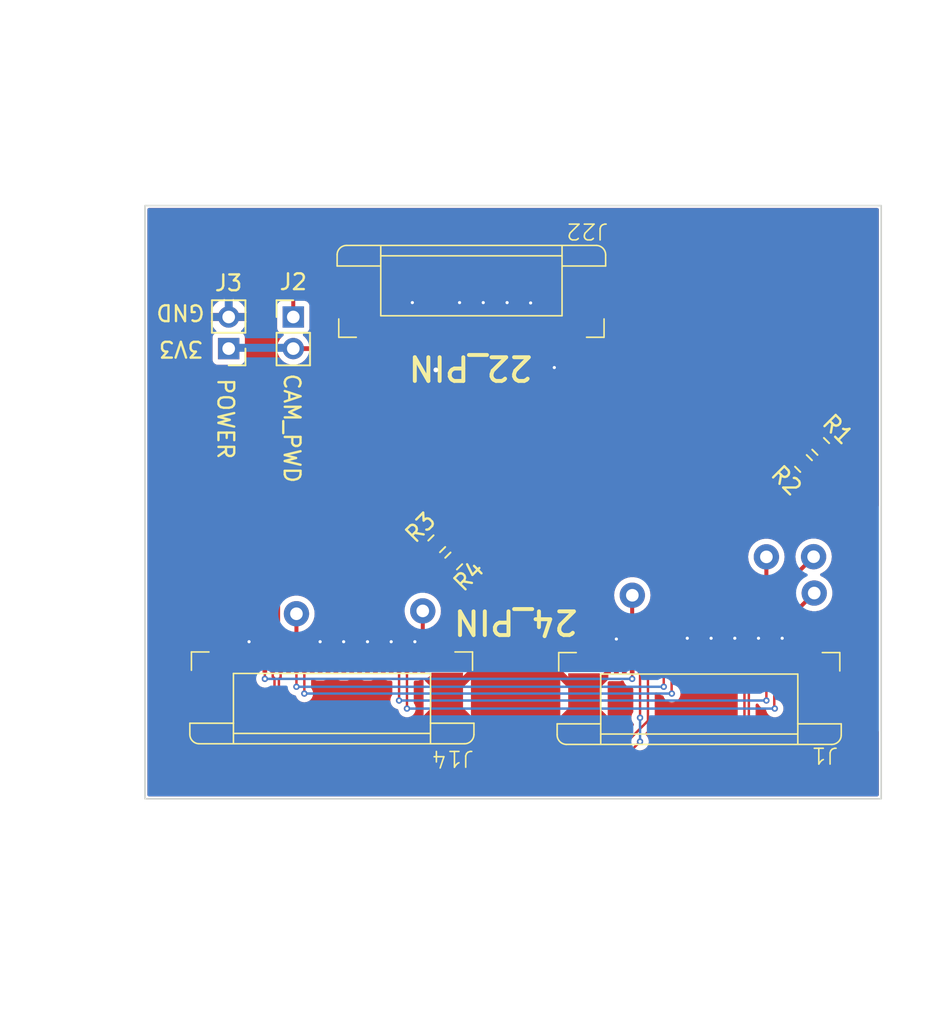
<source format=kicad_pcb>
(kicad_pcb (version 20240108) (generator "pcbnew") (generator_version "8.0")
  (layers (0 "F.Cu" jumper) (31 "B.Cu" signal) (34 "B.Paste" user) (35 "F.Paste" user) (36 "B.SilkS" user "B.Silkscreen") (37 "F.SilkS" user "F.Silkscreen") (38 "B.Mask" user) (39 "F.Mask" user) (44 "Edge.Cuts" user))
  (net 0 "")
  (net 1 "DVDD1V2")
  (net 2 "AVDD2V8_DVP")
  (net 3 "/MIPI_MCLK1")
  (net 4 "/CSI0_CLK_N")
  (net 5 "/CAMERAF_RST_L")
  (net 6 "VCC1V8_DVP")
  (net 7 "/CAM_I2C_SCL")
  (net 8 "/CSI0_D0_N")
  (net 9 "/CSI0_CLK_P")
  (net 10 "/CSI0_D0_P")
  (net 11 "/CIF_8BIT_VSYNC")
  (net 12 "AF_2V8")
  (net 13 "/CSI0_D1_P")
  (net 14 "/CSI0_D1_N")
  (net 16 "/CAM_I2C_SDA")
  (net 18 "/MIPI_CSI_RX_CLK0P")
  (net 19 "/MIPI_MCLK0")
  (net 20 "/MIPI_CSI_RX_CLK0N")
  (net 23 "/CSI1_D1_P")
  (net 24 "/CSI1_D1_N")
  (net 25 "/CSI1_D0_P")
  (net 26 "/CSI1_D0_N")
  (net 27 "/GPIO4_B5_d_1V8")
  (net 28 "+3V3")
  (net 29 "/CAM_PWDN_1")
  (net 31 "/MIPI_CSI_RX_CLK1N")
  (net 32 "/MIPI_CSI_RX_CLK1P")
  (net 33 "GND")
  (footprint "Resistor_SMD:R_0603_1608Metric" (layer "F.Cu") (at 164.9653 96.421251 -135)
    (property "Reference" "R3" (at 0 1.46 45) (layer "F.SilkS"))
    (property "Value" "DNP")
    (fp_line (start -0.237258 0.5225) (end 0.237258 0.5225) (stroke (width 0.12)) (layer "F.SilkS"))
    (fp_line (start -0.237258 -0.5225) (end 0.237258 -0.5225) (stroke (width 0.12)) (layer "F.SilkS"))
    (pad "1" smd roundrect (at -0.825 0 225) (size 0.8 0.95) (layers "F.Cu" "F.Paste" "F.Mask") (net 9 "/CSI0_CLK_P"))
    (pad "2" smd roundrect (at 0.825 0 225) (size 0.8 0.95) (layers "F.Cu" "F.Paste" "F.Mask") (net 18 "/MIPI_CSI_RX_CLK0P"))
  )
  (footprint "Footprint Library:Test_Point" (layer "F.Cu") (at 164.08 100.67 180)
    (property "Reference" "TP5" (hide yes))
    (property "Value" "DNP")
    (pad "1" thru_hole circle (at 0 0 180) (size 1.6 1.6) (drill 0.8) (layers "*.Cu" "*.Mask") (net 19 "/MIPI_MCLK0"))
  )
  (footprint "Footprint Library:FFC SOCKET DR_DWN 0.5MM -22P" (layer "F.Cu") (at 167.16 82.6675 180)
    (property "Reference" "J22" (at -7.34 6.0175 180) (layer "F.SilkS") (effects (font (thickness 0.1))))
    (property "Value" "FFC SOCKET DR_UP 0.5MM -22P")
    (fp_line (start 8.502795 3.825) (end 8.502795 4.543919) (stroke (width 0.1)) (layer "F.SilkS"))
    (fp_line (start 8.4 -0.685) (end 8.4 0.475) (stroke (width 0.1)) (layer "F.SilkS"))
    (fp_line (start 8.4 -0.685) (end 7.29 -0.685) (stroke (width 0.1)) (layer "F.SilkS"))
    (fp_line (start 5.752795 3.825) (end 8.502795 3.825) (stroke (width 0.1)) (layer "F.SilkS"))
    (fp_line (start 5.74 4.47) (end -5.74 4.47) (stroke (width 0.1)) (layer "F.SilkS"))
    (fp_line (start 5.74 3.805) (end 5.74 5.095) (stroke (width 0.1)) (layer "F.SilkS"))
    (fp_line (start 5.74 0.675) (end 5.74 3.805) (stroke (width 0.1)) (layer "F.SilkS"))
    (fp_line (start -5.74 3.825) (end -5.74 5.115) (stroke (width 0.1)) (layer "F.SilkS"))
    (fp_line (start -5.74 3.825) (end -5.74 0.675) (stroke (width 0.1)) (layer "F.SilkS"))
    (fp_line (start -5.74 0.675) (end 5.74 0.675) (stroke (width 0.1)) (layer "F.SilkS"))
    (fp_line (start -5.8 3.825) (end -5.74 3.825) (stroke (width 0.1)) (layer "F.SilkS"))
    (fp_line (start -7.93 5.125) (end 7.89 5.125) (stroke (width 0.1)) (layer "F.SilkS"))
    (fp_line (start -8.4 -0.685) (end -7.29 -0.685) (stroke (width 0.1)) (layer "F.SilkS"))
    (fp_line (start -8.4 -0.685) (end -8.4 0.475) (stroke (width 0.1)) (layer "F.SilkS"))
    (fp_line (start -8.5 4.512205) (end -8.5 3.825) (stroke (width 0.1)) (layer "F.SilkS"))
    (fp_line (start -8.5 3.825) (end -5.8 3.825) (stroke (width 0.1)) (layer "F.SilkS"))
    (fp_arc (start 8.502795 4.543919) (mid 8.317012 4.961656) (end 7.89 5.125) (stroke (width 0.1)) (layer "F.SilkS"))
    (fp_arc (start -7.918919 5.125) (mid -8.336649 4.93921) (end -8.5 4.512205) (stroke (width 0.1)) (layer "F.SilkS"))
    (pad "1" smd rect (at -5.25 0 270) (size 1.25 0.3) (layers "F.Cu" "F.Paste" "F.Mask") (net 33 "GND"))
    (pad "2" smd rect (at -4.75 0 270) (size 1.25 0.3) (layers "F.Cu" "F.Paste" "F.Mask") (net 8 "/CSI0_D0_N"))
    (pad "3" smd rect (at -4.25 0 270) (size 1.25 0.3) (layers "F.Cu" "F.Paste" "F.Mask") (net 10 "/CSI0_D0_P"))
    (pad "4" smd rect (at -3.75 0 270) (size 1.25 0.3) (layers "F.Cu" "F.Paste" "F.Mask") (net 33 "GND"))
    (pad "5" smd rect (at -3.25 0 270) (size 1.25 0.3) (layers "F.Cu" "F.Paste" "F.Mask") (net 14 "/CSI0_D1_N"))
    (pad "6" smd rect (at -2.75 0 270) (size 1.25 0.3) (layers "F.Cu" "F.Paste" "F.Mask") (net 13 "/CSI0_D1_P"))
    (pad "7" smd rect (at -2.25 0 270) (size 1.25 0.3) (layers "F.Cu" "F.Paste" "F.Mask") (net 33 "GND"))
    (pad "8" smd rect (at -1.75 0 270) (size 1.25 0.3) (layers "F.Cu" "F.Paste" "F.Mask") (net 4 "/CSI0_CLK_N"))
    (pad "9" smd rect (at -1.25 0 270) (size 1.25 0.3) (layers "F.Cu" "F.Paste" "F.Mask") (net 9 "/CSI0_CLK_P"))
    (pad "10" smd rect (at -0.75 0 270) (size 1.25 0.3) (layers "F.Cu" "F.Paste" "F.Mask") (net 33 "GND"))
    (pad "11" smd rect (at -0.25 0 270) (size 1.25 0.3) (layers "F.Cu" "F.Paste" "F.Mask") (net 26 "/CSI1_D0_N"))
    (pad "12" smd rect (at 0.25 0 270) (size 1.25 0.3) (layers "F.Cu" "F.Paste" "F.Mask") (net 25 "/CSI1_D0_P"))
    (pad "13" smd rect (at 0.75 0 270) (size 1.25 0.3) (layers "F.Cu" "F.Paste" "F.Mask") (net 33 "GND"))
    (pad "14" smd rect (at 1.25 0 270) (size 1.25 0.3) (layers "F.Cu" "F.Paste" "F.Mask") (net 24 "/CSI1_D1_N"))
    (pad "15" smd rect (at 1.75 0 270) (size 1.25 0.3) (layers "F.Cu" "F.Paste" "F.Mask") (net 23 "/CSI1_D1_P"))
    (pad "16" smd rect (at 2.25 0 270) (size 1.25 0.3) (layers "F.Cu" "F.Paste" "F.Mask") (net 33 "GND"))
    (pad "17" smd rect (at 2.75 0 270) (size 1.25 0.3) (layers "F.Cu" "F.Paste" "F.Mask") (net 29 "/CAM_PWDN_1"))
    (pad "18" smd rect (at 3.25 0 270) (size 1.25 0.3) (layers "F.Cu" "F.Paste" "F.Mask"))
    (pad "19" smd rect (at 3.75 0 270) (size 1.25 0.3) (layers "F.Cu" "F.Paste" "F.Mask") (net 33 "GND"))
    (pad "20" smd rect (at 4.25 0 270) (size 1.25 0.3) (layers "F.Cu" "F.Paste" "F.Mask") (net 7 "/CAM_I2C_SCL"))
    (pad "21" smd rect (at 4.75 0 270) (size 1.25 0.3) (layers "F.Cu" "F.Paste" "F.Mask") (net 16 "/CAM_I2C_SDA"))
    (pad "22" smd rect (at 5.25 0 270) (size 1.25 0.3) (layers "F.Cu" "F.Paste" "F.Mask") (net 28 "+3V3"))
    (pad "23" smd rect (at -6.8 2.2 270) (size 3.15 2) (layers "F.Cu" "F.Paste" "F.Mask") (net 33 "GND"))
    (pad "24" smd rect (at 6.8 2.2 270) (size 3.15 2) (layers "F.Cu" "F.Paste" "F.Mask") (net 33 "GND"))
  )
  (footprint "Footprint Library:Test_Point" (layer "F.Cu") (at 188.83 97.24 180)
    (property "Reference" "TP4" (hide yes))
    (property "Value" "DNP")
    (pad "1" thru_hole circle (at 0 0 180) (size 1.6 1.6) (drill 0.8) (layers "*.Cu" "*.Mask") (net 6 "VCC1V8_DVP"))
  )
  (footprint "Footprint Library:Test_Point" (layer "F.Cu") (at 185.84 97.25 180)
    (property "Reference" "TP3" (hide yes))
    (property "Value" "DNP")
    (pad "1" thru_hole circle (at 0 0 180) (size 1.6 1.6) (drill 0.8) (layers "*.Cu" "*.Mask") (net 1 "DVDD1V2"))
  )
  (footprint "Footprint Library:Test_Point" (layer "F.Cu") (at 156.08 100.85 180)
    (property "Reference" "TP2" (hide yes))
    (property "Value" "DNP")
    (pad "1" thru_hole circle (at 0 0 180) (size 1.6 1.6) (drill 0.8) (layers "*.Cu" "*.Mask") (net 2 "AVDD2V8_DVP"))
  )
  (footprint "Footprint Library:FFC SOCKET DRDWN 0.5MM-24P" (layer "F.Cu") (at 181.59 103.3675)
    (property "Reference" "J1" (at 7.95 6.4525 180) (layer "F.SilkS") (effects (font (thickness 0.1))))
    (property "Value" "FFC SOCKET DR/DWN 0.5MM-24P")
    (fp_line (start -9 4.45) (end -6.3 4.45) (stroke (width 0.1)) (layer "F.SilkS"))
    (fp_line (start -9 5.137205) (end -9 4.45) (stroke (width 0.1)) (layer "F.SilkS"))
    (fp_line (start -8.9 -0.06) (end -8.9 1.1) (stroke (width 0.1)) (layer "F.SilkS"))
    (fp_line (start -8.9 -0.06) (end -7.79 -0.06) (stroke (width 0.1)) (layer "F.SilkS"))
    (fp_line (start -8.43 5.75) (end 8.39 5.75) (stroke (width 0.1)) (layer "F.SilkS"))
    (fp_line (start -6.3 4.45) (end -6.24 4.45) (stroke (width 0.1)) (layer "F.SilkS"))
    (fp_line (start -6.24 1.3) (end 6.24 1.3) (stroke (width 0.1)) (layer "F.SilkS"))
    (fp_line (start -6.24 4.45) (end -6.24 1.3) (stroke (width 0.1)) (layer "F.SilkS"))
    (fp_line (start -6.24 4.45) (end -6.24 5.74) (stroke (width 0.1)) (layer "F.SilkS"))
    (fp_line (start 6.23 5.095) (end -6.24 5.095) (stroke (width 0.1)) (layer "F.SilkS"))
    (fp_line (start 6.24 1.3) (end 6.24 4.43) (stroke (width 0.1)) (layer "F.SilkS"))
    (fp_line (start 6.24 4.43) (end 6.24 5.72) (stroke (width 0.1)) (layer "F.SilkS"))
    (fp_line (start 6.24 4.45) (end 8.99 4.45) (stroke (width 0.1)) (layer "F.SilkS"))
    (fp_line (start 8.9 -0.06) (end 7.79 -0.06) (stroke (width 0.1)) (layer "F.SilkS"))
    (fp_line (start 8.9 -0.06) (end 8.9 1.1) (stroke (width 0.1)) (layer "F.SilkS"))
    (fp_line (start 8.99 4.45) (end 8.99 5.168919) (stroke (width 0.1)) (layer "F.SilkS"))
    (fp_arc (start -8.418919 5.75) (mid -8.836649 5.56421) (end -9 5.137205) (stroke (width 0.1)) (layer "F.SilkS"))
    (fp_arc (start 8.99 5.168919) (mid 8.80422 5.58666) (end 8.377205 5.75) (stroke (width 0.1)) (layer "F.SilkS"))
    (pad "1" smd rect (at -5.75 0.625 90) (size 1.25 0.3) (layers "F.Cu" "F.Paste" "F.Mask") (net 33 "GND"))
    (pad "2" smd rect (at -5.25 0.625 90) (size 1.25 0.3) (layers "F.Cu" "F.Paste" "F.Mask") (net 33 "GND"))
    (pad "3" smd rect (at -4.75 0.625 90) (size 1.25 0.3) (layers "F.Cu" "F.Paste" "F.Mask"))
    (pad "4" smd rect (at -4.25 0.625 90) (size 1.25 0.3) (layers "F.Cu" "F.Paste" "F.Mask") (net 12 "AF_2V8"))
    (pad "5" smd rect (at -3.75 0.625 90) (size 1.25 0.3) (layers "F.Cu" "F.Paste" "F.Mask") (net 16 "/CAM_I2C_SDA"))
    (pad "6" smd rect (at -3.25 0.625 90) (size 1.25 0.3) (layers "F.Cu" "F.Paste" "F.Mask") (net 7 "/CAM_I2C_SCL"))
    (pad "7" smd rect (at -2.75 0.625 90) (size 1.25 0.3) (layers "F.Cu" "F.Paste" "F.Mask"))
    (pad "8" smd rect (at -2.25 0.625 90) (size 1.25 0.3) (layers "F.Cu" "F.Paste" "F.Mask") (net 2 "AVDD2V8_DVP"))
    (pad "9" smd rect (at -1.75 0.625 90) (size 1.25 0.3) (layers "F.Cu" "F.Paste" "F.Mask") (net 5 "/CAMERAF_RST_L"))
    (pad "10" smd rect (at -1.25 0.625 90) (size 1.25 0.3) (layers "F.Cu" "F.Paste" "F.Mask") (net 11 "/CIF_8BIT_VSYNC"))
    (pad "11" smd rect (at -0.75 0.625 90) (size 1.25 0.3) (layers "F.Cu" "F.Paste" "F.Mask") (net 33 "GND"))
    (pad "12" smd rect (at -0.25 0.625 90) (size 1.25 0.3) (layers "F.Cu" "F.Paste" "F.Mask") (net 13 "/CSI0_D1_P"))
    (pad "13" smd rect (at 0.25 0.625 90) (size 1.25 0.3) (layers "F.Cu" "F.Paste" "F.Mask") (net 14 "/CSI0_D1_N"))
    (pad "14" smd rect (at 0.75 0.625 90) (size 1.25 0.3) (layers "F.Cu" "F.Paste" "F.Mask") (net 33 "GND"))
    (pad "15" smd rect (at 1.25 0.625 90) (size 1.25 0.3) (layers "F.Cu" "F.Paste" "F.Mask") (net 10 "/CSI0_D0_P"))
    (pad "16" smd rect (at 1.75 0.625 90) (size 1.25 0.3) (layers "F.Cu" "F.Paste" "F.Mask") (net 8 "/CSI0_D0_N"))
    (pad "17" smd rect (at 2.25 0.625 90) (size 1.25 0.3) (layers "F.Cu" "F.Paste" "F.Mask") (net 33 "GND"))
    (pad "18" smd rect (at 2.75 0.625 90) (size 1.25 0.3) (layers "F.Cu" "F.Paste" "F.Mask") (net 32 "/MIPI_CSI_RX_CLK1P"))
    (pad "19" smd rect (at 3.25 0.625 90) (size 1.25 0.3) (layers "F.Cu" "F.Paste" "F.Mask") (net 31 "/MIPI_CSI_RX_CLK1N"))
    (pad "20" smd rect (at 3.75 0.625 90) (size 1.25 0.3) (layers "F.Cu" "F.Paste" "F.Mask") (net 33 "GND"))
    (pad "21" smd rect (at 4.25 0.625 90) (size 1.25 0.3) (layers "F.Cu" "F.Paste" "F.Mask") (net 1 "DVDD1V2"))
    (pad "22" smd rect (at 4.75 0.625 90) (size 1.25 0.3) (layers "F.Cu" "F.Paste" "F.Mask") (net 6 "VCC1V8_DVP"))
    (pad "23" smd rect (at 5.25 0.625 90) (size 1.25 0.3) (layers "F.Cu" "F.Paste" "F.Mask") (net 33 "GND"))
    (pad "24" smd rect (at 5.75 0.625 90) (size 1.25 0.3) (layers "F.Cu" "F.Paste" "F.Mask") (net 3 "/MIPI_MCLK1"))
    (pad "25" smd rect (at -7.3 2.825 90) (size 3.15 2) (layers "F.Cu" "F.Paste" "F.Mask") (net 33 "GND"))
    (pad "26" smd rect (at 7.3 2.825 90) (size 3.15 2) (layers "F.Cu" "F.Paste" "F.Mask") (net 33 "GND"))
  )
  (footprint "Resistor_SMD:R_0603_1608Metric" (layer "F.Cu") (at 188.19 91.34 -45)
    (property "Reference" "R2" (at 0 1.530301 135) (layer "F.SilkS"))
    (property "Value" "0R")
    (fp_line (start -0.237258 0.5225) (end 0.237258 0.5225) (stroke (width 0.12)) (layer "F.SilkS"))
    (fp_line (start -0.237258 -0.5225) (end 0.237258 -0.5225) (stroke (width 0.12)) (layer "F.SilkS"))
    (pad "1" smd roundrect (at -0.825 0 315) (size 0.8 0.95) (layers "F.Cu" "F.Paste" "F.Mask") (net 4 "/CSI0_CLK_N"))
    (pad "2" smd roundrect (at 0.825 0 315) (size 0.8 0.95) (layers "F.Cu" "F.Paste" "F.Mask") (net 31 "/MIPI_CSI_RX_CLK1N"))
  )
  (footprint "Footprint Library:FFC SOCKET DRDWN 0.5MM-24P" (layer "F.Cu") (at 158.33 103.3275)
    (property "Reference" "J14" (at 7.66 6.6925 180) (layer "F.SilkS") (effects (font (thickness 0.1))))
    (property "Value" "FFC SOCKET DR/DWN 0.5MM-24P")
    (fp_line (start -9 4.45) (end -6.3 4.45) (stroke (width 0.1)) (layer "F.SilkS"))
    (fp_line (start -9 5.137205) (end -9 4.45) (stroke (width 0.1)) (layer "F.SilkS"))
    (fp_line (start -8.9 -0.06) (end -8.9 1.1) (stroke (width 0.1)) (layer "F.SilkS"))
    (fp_line (start -8.9 -0.06) (end -7.79 -0.06) (stroke (width 0.1)) (layer "F.SilkS"))
    (fp_line (start -8.43 5.75) (end 8.39 5.75) (stroke (width 0.1)) (layer "F.SilkS"))
    (fp_line (start -6.3 4.45) (end -6.24 4.45) (stroke (width 0.1)) (layer "F.SilkS"))
    (fp_line (start -6.24 1.3) (end 6.24 1.3) (stroke (width 0.1)) (layer "F.SilkS"))
    (fp_line (start -6.24 4.45) (end -6.24 1.3) (stroke (width 0.1)) (layer "F.SilkS"))
    (fp_line (start -6.24 4.45) (end -6.24 5.74) (stroke (width 0.1)) (layer "F.SilkS"))
    (fp_line (start 6.23 5.095) (end -6.24 5.095) (stroke (width 0.1)) (layer "F.SilkS"))
    (fp_line (start 6.24 1.3) (end 6.24 4.43) (stroke (width 0.1)) (layer "F.SilkS"))
    (fp_line (start 6.24 4.43) (end 6.24 5.72) (stroke (width 0.1)) (layer "F.SilkS"))
    (fp_line (start 6.24 4.45) (end 8.99 4.45) (stroke (width 0.1)) (layer "F.SilkS"))
    (fp_line (start 8.9 -0.06) (end 7.79 -0.06) (stroke (width 0.1)) (layer "F.SilkS"))
    (fp_line (start 8.9 -0.06) (end 8.9 1.1) (stroke (width 0.1)) (layer "F.SilkS"))
    (fp_line (start 8.99 4.45) (end 8.99 5.168919) (stroke (width 0.1)) (layer "F.SilkS"))
    (fp_arc (start -8.418919 5.75) (mid -8.836649 5.56421) (end -9 5.137205) (stroke (width 0.1)) (layer "F.SilkS"))
    (fp_arc (start 8.99 5.168919) (mid 8.80422 5.58666) (end 8.377205 5.75) (stroke (width 0.1)) (layer "F.SilkS"))
    (pad "1" smd rect (at -5.75 0.625 90) (size 1.25 0.3) (layers "F.Cu" "F.Paste" "F.Mask") (net 33 "GND"))
    (pad "2" smd rect (at -5.25 0.625 90) (size 1.25 0.3) (layers "F.Cu" "F.Paste" "F.Mask") (net 33 "GND"))
    (pad "3" smd rect (at -4.75 0.625 90) (size 1.25 0.3) (layers "F.Cu" "F.Paste" "F.Mask"))
    (pad "4" smd rect (at -4.25 0.625 90) (size 1.25 0.3) (layers "F.Cu" "F.Paste" "F.Mask") (net 12 "AF_2V8"))
    (pad "5" smd rect (at -3.75 0.625 90) (size 1.25 0.3) (layers "F.Cu" "F.Paste" "F.Mask") (net 16 "/CAM_I2C_SDA"))
    (pad "6" smd rect (at -3.25 0.625 90) (size 1.25 0.3) (layers "F.Cu" "F.Paste" "F.Mask") (net 7 "/CAM_I2C_SCL"))
    (pad "7" smd rect (at -2.75 0.625 90) (size 1.25 0.3) (layers "F.Cu" "F.Paste" "F.Mask"))
    (pad "8" smd rect (at -2.25 0.625 90) (size 1.25 0.3) (layers "F.Cu" "F.Paste" "F.Mask") (net 2 "AVDD2V8_DVP"))
    (pad "9" smd rect (at -1.75 0.625 90) (size 1.25 0.3) (layers "F.Cu" "F.Paste" "F.Mask") (net 5 "/CAMERAF_RST_L"))
    (pad "10" smd rect (at -1.25 0.625 90) (size 1.25 0.3) (layers "F.Cu" "F.Paste" "F.Mask") (net 27 "/GPIO4_B5_d_1V8"))
    (pad "11" smd rect (at -0.75 0.625 90) (size 1.25 0.3) (layers "F.Cu" "F.Paste" "F.Mask") (net 33 "GND"))
    (pad "12" smd rect (at -0.25 0.625 90) (size 1.25 0.3) (layers "F.Cu" "F.Paste" "F.Mask") (net 23 "/CSI1_D1_P"))
    (pad "13" smd rect (at 0.25 0.625 90) (size 1.25 0.3) (layers "F.Cu" "F.Paste" "F.Mask") (net 24 "/CSI1_D1_N"))
    (pad "14" smd rect (at 0.75 0.625 90) (size 1.25 0.3) (layers "F.Cu" "F.Paste" "F.Mask") (net 33 "GND"))
    (pad "15" smd rect (at 1.25 0.625 90) (size 1.25 0.3) (layers "F.Cu" "F.Paste" "F.Mask") (net 25 "/CSI1_D0_P"))
    (pad "16" smd rect (at 1.75 0.625 90) (size 1.25 0.3) (layers "F.Cu" "F.Paste" "F.Mask") (net 26 "/CSI1_D0_N"))
    (pad "17" smd rect (at 2.25 0.625 90) (size 1.25 0.3) (layers "F.Cu" "F.Paste" "F.Mask") (net 33 "GND"))
    (pad "18" smd rect (at 2.75 0.625 90) (size 1.25 0.3) (layers "F.Cu" "F.Paste" "F.Mask") (net 18 "/MIPI_CSI_RX_CLK0P"))
    (pad "19" smd rect (at 3.25 0.625 90) (size 1.25 0.3) (layers "F.Cu" "F.Paste" "F.Mask") (net 20 "/MIPI_CSI_RX_CLK0N"))
    (pad "20" smd rect (at 3.75 0.625 90) (size 1.25 0.3) (layers "F.Cu" "F.Paste" "F.Mask") (net 33 "GND"))
    (pad "21" smd rect (at 4.25 0.625 90) (size 1.25 0.3) (layers "F.Cu" "F.Paste" "F.Mask") (net 1 "DVDD1V2"))
    (pad "22" smd rect (at 4.75 0.625 90) (size 1.25 0.3) (layers "F.Cu" "F.Paste" "F.Mask") (net 6 "VCC1V8_DVP"))
    (pad "23" smd rect (at 5.25 0.625 90) (size 1.25 0.3) (layers "F.Cu" "F.Paste" "F.Mask") (net 33 "GND"))
    (pad "24" smd rect (at 5.75 0.625 90) (size 1.25 0.3) (layers "F.Cu" "F.Paste" "F.Mask") (net 19 "/MIPI_MCLK0"))
    (pad "25" smd rect (at -7.3 2.825 90) (size 3.15 2) (layers "F.Cu" "F.Paste" "F.Mask") (net 33 "GND"))
    (pad "26" smd rect (at 7.3 2.825 90) (size 3.15 2) (layers "F.Cu" "F.Paste" "F.Mask") (net 33 "GND"))
  )
  (footprint "Footprint Library:Test_Point" (layer "F.Cu") (at 188.87 99.54 180)
    (property "Reference" "TP10" (hide yes))
    (property "Value" "DNP")
    (pad "1" thru_hole circle (at 0 0 180) (size 1.6 1.6) (drill 0.8) (layers "*.Cu" "*.Mask") (net 3 "/MIPI_MCLK1"))
  )
  (footprint "Connector_PinHeader_2.00mm:PinHeader_1x02_P2.00mm_Vertical" (layer "F.Cu") (at 151.79 84.07 180)
    (property "Reference" "J3" (at 0.01 4.15 0) (layer "F.SilkS"))
    (property "Value" "1x2_PinHeader_2.00mm_MALE_Vertical")
    (fp_line (start 1.06 1) (end 1.06 3.06) (stroke (width 0.12)) (layer "F.SilkS"))
    (fp_line (start -1.06 3.06) (end 1.06 3.06) (stroke (width 0.12)) (layer "F.SilkS"))
    (fp_line (start -1.06 1) (end 1.06 1) (stroke (width 0.12)) (layer "F.SilkS"))
    (fp_line (start -1.06 1) (end -1.06 3.06) (stroke (width 0.12)) (layer "F.SilkS"))
    (fp_line (start -1.06 0) (end -1.06 -1.06) (stroke (width 0.12)) (layer "F.SilkS"))
    (fp_line (start -1.06 -1.06) (end 0 -1.06) (stroke (width 0.12)) (layer "F.SilkS"))
    (pad "1" thru_hole rect (at 0 0 180) (size 1.35 1.35) (drill 0.8) (layers "*.Cu" "*.Mask") (net 28 "+3V3"))
    (pad "2" thru_hole oval (at 0 2 180) (size 1.35 1.35) (drill 0.8) (layers "*.Cu" "*.Mask") (net 33 "GND"))
  )
  (footprint "Resistor_SMD:R_0603_1608Metric" (layer "F.Cu") (at 166.04 97.51 -135)
    (property "Reference" "R4" (at 0 -1.34 45) (layer "F.SilkS"))
    (property "Value" "DNP")
    (fp_line (start -0.237258 0.5225) (end 0.237258 0.5225) (stroke (width 0.12)) (layer "F.SilkS"))
    (fp_line (start -0.237258 -0.5225) (end 0.237258 -0.5225) (stroke (width 0.12)) (layer "F.SilkS"))
    (pad "1" smd roundrect (at -0.825 0 225) (size 0.8 0.95) (layers "F.Cu" "F.Paste" "F.Mask") (net 4 "/CSI0_CLK_N"))
    (pad "2" smd roundrect (at 0.825 0 225) (size 0.8 0.95) (layers "F.Cu" "F.Paste" "F.Mask") (net 20 "/MIPI_CSI_RX_CLK0N"))
  )
  (footprint "Footprint Library:Test_Point" (layer "F.Cu") (at 177.35 99.68 180)
    (property "Reference" "TP1" (hide yes))
    (property "Value" "DNP")
    (pad "1" thru_hole circle (at 0 0 180) (size 1.6 1.6) (drill 0.8) (layers "*.Cu" "*.Mask") (net 12 "AF_2V8"))
  )
  (footprint "Resistor_SMD:R_0603_1608Metric" (layer "F.Cu") (at 189.28 90.26 -45)
    (property "Reference" "R1" (at 0 -1.530301 135) (layer "F.SilkS"))
    (property "Value" "0R")
    (fp_line (start -0.237258 0.5225) (end 0.237258 0.5225) (stroke (width 0.12)) (layer "F.SilkS"))
    (fp_line (start -0.237258 -0.5225) (end 0.237258 -0.5225) (stroke (width 0.12)) (layer "F.SilkS"))
    (pad "1" smd roundrect (at -0.825 0 315) (size 0.8 0.95) (layers "F.Cu" "F.Paste" "F.Mask") (net 9 "/CSI0_CLK_P"))
    (pad "2" smd roundrect (at 0.825 0 315) (size 0.8 0.95) (layers "F.Cu" "F.Paste" "F.Mask") (net 32 "/MIPI_CSI_RX_CLK1P"))
  )
  (footprint "Connector_PinHeader_2.00mm:PinHeader_1x02_P2.00mm_Vertical" (layer "F.Cu") (at 155.88 82.07)
    (property "Reference" "J2" (at 0 -2.22 0) (layer "F.SilkS"))
    (property "Value" "1x2_PinHeader_2.00mm_MALE_Vertical")
    (fp_line (start -1.06 -1.06) (end 0 -1.06) (stroke (width 0.12)) (layer "F.SilkS"))
    (fp_line (start -1.06 0) (end -1.06 -1.06) (stroke (width 0.12)) (layer "F.SilkS"))
    (fp_line (start -1.06 1) (end -1.06 3.06) (stroke (width 0.12)) (layer "F.SilkS"))
    (fp_line (start -1.06 1) (end 1.06 1) (stroke (width 0.12)) (layer "F.SilkS"))
    (fp_line (start -1.06 3.06) (end 1.06 3.06) (stroke (width 0.12)) (layer "F.SilkS"))
    (fp_line (start 1.06 1) (end 1.06 3.06) (stroke (width 0.12)) (layer "F.SilkS"))
    (pad "1" thru_hole rect (at 0 0) (size 1.35 1.35) (drill 0.8) (layers "*.Cu" "*.Mask") (net 29 "/CAM_PWDN_1"))
    (pad "2" thru_hole oval (at 0 2) (size 1.35 1.35) (drill 0.8) (layers "*.Cu" "*.Mask") (net 28 "+3V3"))
  )
  (gr_rect (start 146.49 75.02) (end 193.11 112.56) (stroke (width 0.1)) (fill none) (layer "Edge.Cuts"))
  (gr_text "POWER" (at 151.01 85.86 -90) (layer "F.SilkS") (effects (font (size 1 1)) (justify left bottom)))
  (gr_text "GND" (at 150.36 81.2 180) (layer "F.SilkS") (effects (font (size 1 1)) (justify left bottom)))
  (gr_text "3V3" (at 150.24 83.51 180) (layer "F.SilkS") (effects (font (size 1 1)) (justify left bottom)))
  (gr_text "CAM_PWD" (at 155.21 85.56 -90) (layer "F.SilkS") (effects (font (size 1 1)) (justify left bottom)))
  (gr_text "22_PIN\n" (at 171.17 84.42 180) (layer "F.SilkS") (effects (font (size 1.5 1.5) (thickness 0.25) (bold yes)) (justify left bottom)))
  (gr_text "24_PIN\n" (at 174.03 100.5 180) (layer "F.SilkS") (effects (font (size 1.5 1.5) (thickness 0.25) (bold yes)) (justify left bottom)))
  (segment (start 162.58 103.9525) (end 162.58 106.34) (width 0.1524) (layer "F.Cu") (net 1))
  (segment (start 185.84 106.34) (end 185.84 103.9925) (width 0.1524) (layer "F.Cu") (net 1))
  (segment (start 185.84 97.25) (end 185.84 103.9925) (width 0.254) (layer "F.Cu") (net 1))
  (via (at 162.58 106.34) (size 0.4) (drill 0.2) (layers "F.Cu" "B.Cu") (net 1))
  (via (at 185.84 106.34) (size 0.4) (drill 0.2) (layers "F.Cu" "B.Cu") (net 1))
  (segment (start 162.58 106.34) (end 185.84 106.34) (width 0.1524) (layer "B.Cu") (net 1))
  (segment (start 156.08 103.9525) (end 156.08 100.85) (width 0.254) (layer "F.Cu") (net 2))
  (segment (start 156.08 105.47) (end 156.08 103.9525) (width 0.1524) (layer "F.Cu") (net 2))
  (segment (start 179.34 103.9925) (end 179.34 105.47) (width 0.1524) (layer "F.Cu") (net 2))
  (via (at 179.34 105.47) (size 0.4) (drill 0.2) (layers "F.Cu" "B.Cu") (net 2))
  (via (at 156.08 105.47) (size 0.4) (drill 0.2) (layers "F.Cu" "B.Cu") (net 2))
  (segment (start 179.34 105.47) (end 156.08 105.47) (width 0.1524) (layer "B.Cu") (net 2))
  (segment (start 187.34 103.9925) (end 187.34 101.07) (width 0.254) (layer "F.Cu") (net 3))
  (segment (start 187.34 101.07) (end 188.87 99.54) (width 0.254) (layer "F.Cu") (net 3))
  (segment (start 175.472134 77.7397) (end 171.297866 77.7397) (width 0.1524) (layer "F.Cu") (net 4))
  (segment (start 187.606637 90.756637) (end 187.606637 89.874203) (width 0.1524) (layer "F.Cu") (net 4))
  (segment (start 168.91 81.729999) (end 168.91 82.6675) (width 0.1524) (layer "F.Cu") (net 4))
  (segment (start 168.7997 93.859117) (end 168.7997 83.715301) (width 0.1524) (layer "F.Cu") (net 4))
  (segment (start 166.623363 96.926637) (end 166.623363 96.035454) (width 0.1524) (layer "F.Cu") (net 4))
  (segment (start 171.297866 77.7397) (end 168.7997 80.237866) (width 0.1524) (layer "F.Cu") (net 4))
  (segment (start 168.7997 80.237866) (end 168.7997 81.619699) (width 0.1524) (layer "F.Cu") (net 4))
  (segment (start 187.606637 89.874203) (end 175.472134 77.7397) (width 0.1524) (layer "F.Cu") (net 4))
  (segment (start 166.623363 96.035454) (end 168.7997 93.859117) (width 0.1524) (layer "F.Cu") (net 4))
  (segment (start 168.7997 83.715301) (end 168.91 83.605001) (width 0.1524) (layer "F.Cu") (net 4))
  (segment (start 168.91 83.605001) (end 168.91 82.6675) (width 0.1524) (layer "F.Cu") (net 4))
  (segment (start 168.7997 81.619699) (end 168.91 81.729999) (width 0.1524) (layer "F.Cu") (net 4))
  (segment (start 179.84 105.89) (end 179.84 103.9925) (width 0.1524) (layer "F.Cu") (net 5))
  (segment (start 156.58 103.9525) (end 156.58 105.9) (width 0.1524) (layer "F.Cu") (net 5))
  (segment (start 179.85 105.9) (end 179.84 105.89) (width 0.1524) (layer "F.Cu") (net 5))
  (via (at 156.58 105.9) (size 0.4) (drill 0.2) (layers "F.Cu" "B.Cu") (net 5))
  (via (at 179.85 105.9) (size 0.4) (drill 0.2) (layers "F.Cu" "B.Cu") (net 5))
  (segment (start 156.58 105.9) (end 179.85 105.9) (width 0.1524) (layer "B.Cu") (net 5))
  (segment (start 186.34 99.73) (end 186.34 103.9925) (width 0.254) (layer "F.Cu") (net 6))
  (segment (start 163.08 106.85) (end 163.08 103.9525) (width 0.1524) (layer "F.Cu") (net 6))
  (segment (start 188.83 97.24) (end 186.34 99.73) (width 0.254) (layer "F.Cu") (net 6))
  (segment (start 186.34 103.9925) (end 186.34 106.82) (width 0.1524) (layer "F.Cu") (net 6))
  (segment (start 186.34 106.82) (end 186.37 106.85) (width 0.1524) (layer "F.Cu") (net 6))
  (via (at 186.37 106.85) (size 0.4) (drill 0.2) (layers "F.Cu" "B.Cu") (net 6))
  (via (at 163.08 106.85) (size 0.4) (drill 0.2) (layers "F.Cu" "B.Cu") (net 6))
  (segment (start 163.08 106.85) (end 186.37 106.85) (width 0.1524) (layer "B.Cu") (net 6))
  (segment (start 154.9694 102.9394) (end 155.08 103.05) (width 0.1524) (layer "F.Cu") (net 7))
  (segment (start 154.9694 94.6606) (end 154.9694 102.9394) (width 0.1524) (layer "F.Cu") (net 7))
  (segment (start 155.08 104.86) (end 154.97 104.97) (width 0.1524) (layer "F.Cu") (net 7))
  (segment (start 178.34 107.624868) (end 178.34 103.9925) (width 0.1524) (layer "F.Cu") (net 7))
  (segment (start 155.695732 109.3706) (end 176.594268 109.3706) (width 0.1524) (layer "F.Cu") (net 7))
  (segment (start 162.8 86.83) (end 154.9694 94.6606) (width 0.1524) (layer "F.Cu") (net 7))
  (segment (start 162.91 82.6675) (end 162.91 84.41) (width 0.1524) (layer "F.Cu") (net 7))
  (segment (start 155.08 103.9525) (end 155.08 104.86) (width 0.1524) (layer "F.Cu") (net 7))
  (segment (start 154.97 108.644868) (end 155.695732 109.3706) (width 0.1524) (layer "F.Cu") (net 7))
  (segment (start 155.08 103.05) (end 155.08 103.9525) (width 0.1524) (layer "F.Cu") (net 7))
  (segment (start 162.8 84.52) (end 162.8 86.83) (width 0.1524) (layer "F.Cu") (net 7))
  (segment (start 154.97 104.97) (end 154.97 108.644868) (width 0.1524) (layer "F.Cu") (net 7))
  (segment (start 176.594268 109.3706) (end 178.34 107.624868) (width 0.1524) (layer "F.Cu") (net 7))
  (segment (start 162.91 84.41) (end 162.8 84.52) (width 0.1524) (layer "F.Cu") (net 7))
  (segment (start 171.91 83.605001) (end 171.91 82.6675) (width 0.1524) (layer "F.Cu") (net 8))
  (segment (start 183.34 103.9925) (end 183.34 103.054999) (width 0.1524) (layer "F.Cu") (net 8))
  (segment (start 183.2297 100.4997) (end 171.7997 89.0697) (width 0.1524) (layer "F.Cu") (net 8))
  (segment (start 171.7997 89.0697) (end 171.7997 83.715301) (width 0.1524) (layer "F.Cu") (net 8))
  (segment (start 183.34 103.054999) (end 183.2297 102.944699) (width 0.1524) (layer "F.Cu") (net 8))
  (segment (start 183.2297 102.944699) (end 183.2297 100.4997) (width 0.1524) (layer "F.Cu") (net 8))
  (segment (start 171.7997 83.715301) (end 171.91 83.605001) (width 0.1524) (layer "F.Cu") (net 8))
  (segment (start 166.425797 95.837888) (end 168.5203 93.743385) (width 0.1524) (layer "F.Cu") (net 9))
  (segment (start 168.5203 80.122134) (end 168.5203 81.619699) (width 0.1524) (layer "F.Cu") (net 9))
  (segment (start 171.182134 77.4603) (end 168.5203 80.122134) (width 0.1524) (layer "F.Cu") (net 9))
  (segment (start 165.548663 95.837888) (end 166.425797 95.837888) (width 0.1524) (layer "F.Cu") (net 9))
  (segment (start 168.5203 81.619699) (end 168.41 81.729999) (width 0.1524) (layer "F.Cu") (net 9))
  (segment (start 188.696637 89.676637) (end 187.804203 89.676637) (width 0.1524) (layer "F.Cu") (net 9))
  (segment (start 175.587866 77.4603) (end 171.182134 77.4603) (width 0.1524) (layer "F.Cu") (net 9))
  (segment (start 168.5203 83.715301) (end 168.41 83.605001) (width 0.1524) (layer "F.Cu") (net 9))
  (segment (start 168.5203 93.743385) (end 168.5203 83.715301) (width 0.1524) (layer "F.Cu") (net 9))
  (segment (start 168.41 83.605001) (end 168.41 82.6675) (width 0.1524) (layer "F.Cu") (net 9))
  (segment (start 168.41 81.729999) (end 168.41 82.6675) (width 0.1524) (layer "F.Cu") (net 9))
  (segment (start 187.804203 89.676637) (end 175.587866 77.4603) (width 0.1524) (layer "F.Cu") (net 9))
  (segment (start 182.9503 102.944699) (end 182.9503 100.615432) (width 0.1524) (layer "F.Cu") (net 10))
  (segment (start 182.9503 100.615432) (end 171.5203 89.185432) (width 0.1524) (layer "F.Cu") (net 10))
  (segment (start 171.5203 89.185432) (end 171.5203 83.715301) (width 0.1524) (layer "F.Cu") (net 10))
  (segment (start 182.84 103.054999) (end 182.9503 102.944699) (width 0.1524) (layer "F.Cu") (net 10))
  (segment (start 182.84 103.9925) (end 182.84 103.054999) (width 0.1524) (layer "F.Cu") (net 10))
  (segment (start 171.41 83.605001) (end 171.41 82.6675) (width 0.1524) (layer "F.Cu") (net 10))
  (segment (start 171.5203 83.715301) (end 171.41 83.605001) (width 0.1524) (layer "F.Cu") (net 10))
  (segment (start 154.08 103.9525) (end 154.08 104.97) (width 0.1524) (layer "F.Cu") (net 12))
  (segment (start 177.35 99.68) (end 177.34 99.69) (width 0.254) (layer "F.Cu") (net 12))
  (segment (start 177.34 99.69) (end 177.34 103.9925) (width 0.254) (layer "F.Cu") (net 12))
  (segment (start 177.34 104.97) (end 177.34 103.9925) (width 0.1524) (layer "F.Cu") (net 12))
  (via (at 177.34 104.97) (size 0.4) (drill 0.2) (layers "F.Cu" "B.Cu") (net 12))
  (via (at 154.08 104.97) (size 0.4) (drill 0.2) (layers "F.Cu" "B.Cu") (net 12))
  (segment (start 154.08 104.97) (end 174.9 104.97) (width 0.1524) (layer "B.Cu") (net 12))
  (segment (start 174.9 104.97) (end 177.34 104.97) (width 0.1524) (layer "B.Cu") (net 12))
  (segment (start 181.34 103.9925) (end 181.34 103.054999) (width 0.1524) (layer "F.Cu") (net 13))
  (segment (start 170.0203 90.0703) (end 170.0203 83.715301) (width 0.1524) (layer "F.Cu") (net 13))
  (segment (start 170.0203 83.715301) (end 169.91 83.605001) (width 0.1524) (layer "F.Cu") (net 13))
  (segment (start 169.91 83.605001) (end 169.91 82.6675) (width 0.1524) (layer "F.Cu") (net 13))
  (segment (start 181.34 103.054999) (end 181.4503 102.944699) (width 0.1524) (layer "F.Cu") (net 13))
  (segment (start 181.4503 102.944699) (end 181.4503 101.5003) (width 0.1524) (layer "F.Cu") (net 13))
  (segment (start 181.4503 101.5003) (end 170.0203 90.0703) (width 0.1524) (layer "F.Cu") (net 13))
  (segment (start 170.2997 89.954568) (end 170.2997 83.715301) (width 0.1524) (layer "F.Cu") (net 14))
  (segment (start 181.7297 101.384568) (end 170.2997 89.954568) (width 0.1524) (layer "F.Cu") (net 14))
  (segment (start 181.84 103.9925) (end 181.84 103.054999) (width 0.1524) (layer "F.Cu") (net 14))
  (segment (start 170.41 83.605001) (end 170.41 82.6675) (width 0.1524) (layer "F.Cu") (net 14))
  (segment (start 170.2997 83.715301) (end 170.41 83.605001) (width 0.1524) (layer "F.Cu") (net 14))
  (segment (start 181.7297 102.944699) (end 181.7297 101.384568) (width 0.1524) (layer "F.Cu") (net 14))
  (segment (start 181.84 103.054999) (end 181.7297 102.944699) (width 0.1524) (layer "F.Cu") (net 14))
  (segment (start 177.84 108.94) (end 177.13 109.65) (width 0.1524) (layer "F.Cu") (net 16))
  (segment (start 154.58 103.04) (end 154.58 103.9525) (width 0.1524) (layer "F.Cu") (net 16))
  (segment (start 177.84 107.43) (end 177.84 103.9925) (width 0.1524) (layer "F.Cu") (net 16))
  (segment (start 162.41 82.6675) (end 162.41 84.4) (width 0.1524) (layer "F.Cu") (net 16))
  (segment (start 155.58 109.65) (end 154.6906 108.7606) (width 0.1524) (layer "F.Cu") (net 16))
  (segment (start 154.6906 108.7606) (end 154.6906 104.9406) (width 0.1524) (layer "F.Cu") (net 16))
  (segment (start 162.5206 84.5106) (end 162.5206 86.714268) (width 0.1524) (layer "F.Cu") (net 16))
  (segment (start 162.41 84.4) (end 162.5206 84.5106) (width 0.1524) (layer "F.Cu") (net 16))
  (segment (start 154.6906 104.9406) (end 154.58 104.83) (width 0.1524) (layer "F.Cu") (net 16))
  (segment (start 154.69 102.93) (end 154.58 103.04) (width 0.1524) (layer "F.Cu") (net 16))
  (segment (start 177.13 109.65) (end 155.58 109.65) (width 0.1524) (layer "F.Cu") (net 16))
  (segment (start 154.69 94.544868) (end 154.69 102.93) (width 0.1524) (layer "F.Cu") (net 16))
  (segment (start 154.58 104.83) (end 154.58 103.9525) (width 0.1524) (layer "F.Cu") (net 16))
  (segment (start 162.5206 86.714268) (end 154.69 94.544868) (width 0.1524) (layer "F.Cu") (net 16))
  (via (at 177.84 107.43) (size 0.4) (drill 0.2) (layers "F.Cu" "B.Cu") (net 16))
  (via (at 177.84 108.94) (size 0.4) (drill 0.2) (layers "F.Cu" "B.Cu") (net 16))
  (segment (start 177.84 108.94) (end 177.84 107.43) (width 0.1524) (layer "B.Cu") (net 16))
  (segment (start 161.08 103.014999) (end 161.08 103.9525) (width 0.1524) (layer "F.Cu") (net 18))
  (segment (start 161.1903 102.904699) (end 161.08 103.014999) (width 0.1524) (layer "F.Cu") (net 18))
  (segment (start 164.381937 97.895797) (end 161.1903 101.087434) (width 0.1524) (layer "F.Cu") (net 18))
  (segment (start 161.1903 101.087434) (end 161.1903 102.904699) (width 0.1524) (layer "F.Cu") (net 18))
  (segment (start 164.381937 97.004614) (end 164.381937 97.895797) (width 0.1524) (layer "F.Cu") (net 18))
  (segment (start 164.08 103.9525) (end 164.08 100.67) (width 0.254) (layer "F.Cu") (net 19))
  (segment (start 161.4697 101.203166) (end 161.4697 102.904699) (width 0.1524) (layer "F.Cu") (net 20))
  (segment (start 164.579503 98.093363) (end 161.4697 101.203166) (width 0.1524) (layer "F.Cu") (net 20))
  (segment (start 165.456637 98.093363) (end 164.579503 98.093363) (width 0.1524) (layer "F.Cu") (net 20))
  (segment (start 161.58 103.014999) (end 161.58 103.9525) (width 0.1524) (layer "F.Cu") (net 20))
  (segment (start 161.4697 102.904699) (end 161.58 103.014999) (width 0.1524) (layer "F.Cu") (net 20))
  (segment (start 165.41 83.605001) (end 165.41 82.6675) (width 0.1524) (layer "F.Cu") (net 23))
  (segment (start 158.08 103.014999) (end 158.1903 102.904699) (width 0.1524) (layer "F.Cu") (net 23))
  (segment (start 165.5203 92.244568) (end 165.5203 83.715301) (width 0.1524) (layer "F.Cu") (net 23))
  (segment (start 158.1903 102.904699) (end 158.1903 99.574568) (width 0.1524) (layer "F.Cu") (net 23))
  (segment (start 165.5203 83.715301) (end 165.41 83.605001) (width 0.1524) (layer "F.Cu") (net 23))
  (segment (start 158.08 103.9525) (end 158.08 103.014999) (width 0.1524) (layer "F.Cu") (net 23))
  (segment (start 158.1903 99.574568) (end 165.5203 92.244568) (width 0.1524) (layer "F.Cu") (net 23))
  (segment (start 158.58 103.014999) (end 158.4697 102.904699) (width 0.1524) (layer "F.Cu") (net 24))
  (segment (start 158.4697 99.6903) (end 165.7997 92.3603) (width 0.1524) (layer "F.Cu") (net 24))
  (segment (start 158.58 103.9525) (end 158.58 103.014999) (width 0.1524) (layer "F.Cu") (net 24))
  (segment (start 165.91 83.605001) (end 165.91 82.6675) (width 0.1524) (layer "F.Cu") (net 24))
  (segment (start 165.7997 92.3603) (end 165.7997 83.715301) (width 0.1524) (layer "F.Cu") (net 24))
  (segment (start 158.4697 102.904699) (end 158.4697 99.6903) (width 0.1524) (layer "F.Cu") (net 24))
  (segment (start 165.7997 83.715301) (end 165.91 83.605001) (width 0.1524) (layer "F.Cu") (net 24))
  (segment (start 159.6903 99.964568) (end 159.6903 102.904699) (width 0.1524) (layer "F.Cu") (net 25))
  (segment (start 159.6903 102.904699) (end 159.58 103.014999) (width 0.1524) (layer "F.Cu") (net 25))
  (segment (start 166.91 82.6675) (end 166.91 83.605001) (width 0.1524) (layer "F.Cu") (net 25))
  (segment (start 167.0203 83.715301) (end 167.0203 92.634568) (width 0.1524) (layer "F.Cu") (net 25))
  (segment (start 166.91 83.605001) (end 167.0203 83.715301) (width 0.1524) (layer "F.Cu") (net 25))
  (segment (start 159.58 103.014999) (end 159.58 103.9525) (width 0.1524) (layer "F.Cu") (net 25))
  (segment (start 167.0203 92.634568) (end 159.6903 99.964568) (width 0.1524) (layer "F.Cu") (net 25))
  (segment (start 167.41 82.6675) (end 167.41 83.605001) (width 0.1524) (layer "F.Cu") (net 26))
  (segment (start 167.2997 83.715301) (end 167.2997 92.7503) (width 0.1524) (layer "F.Cu") (net 26))
  (segment (start 160.08 103.014999) (end 160.08 103.9525) (width 0.1524) (layer "F.Cu") (net 26))
  (segment (start 159.9697 102.904699) (end 160.08 103.014999) (width 0.1524) (layer "F.Cu") (net 26))
  (segment (start 167.41 83.605001) (end 167.2997 83.715301) (width 0.1524) (layer "F.Cu") (net 26))
  (segment (start 167.2997 92.7503) (end 159.9697 100.0803) (width 0.1524) (layer "F.Cu") (net 26))
  (segment (start 159.9697 100.0803) (end 159.9697 102.904699) (width 0.1524) (layer "F.Cu") (net 26))
  (segment (start 161.91 82.6675) (end 161.91 83.42) (width 0.3) (layer "F.Cu") (net 28))
  (segment (start 161.26 84.07) (end 155.88 84.07) (width 0.3) (layer "F.Cu") (net 28))
  (segment (start 161.91 83.42) (end 161.26 84.07) (width 0.3) (layer "F.Cu") (net 28))
  (segment (start 155.83 84.02) (end 151.84 84.02) (width 0.508) (layer "B.Cu") (net 28))
  (segment (start 155.88 84.07) (end 155.83 84.02) (width 0.508) (layer "B.Cu") (net 28))
  (segment (start 151.84 84.02) (end 151.79 84.07) (width 0.508) (layer "B.Cu") (net 28))
  (segment (start 157.5 77.91) (end 163.58 77.91) (width 0.25) (layer "F.Cu") (net 29))
  (segment (start 155.88 79.53) (end 157.5 77.91) (width 0.25) (layer "F.Cu") (net 29))
  (segment (start 163.58 77.91) (end 164.41 78.74) (width 0.25) (layer "F.Cu") (net 29))
  (segment (start 155.88 82.07) (end 155.88 79.53) (width 0.25) (layer "F.Cu") (net 29))
  (segment (start 164.41 78.74) (end 164.41 82.6675) (width 0.25) (layer "F.Cu") (net 29))
  (segment (start 184.7297 105.040301) (end 184.7297 107.952134) (width 0.1524) (layer "F.Cu") (net 31))
  (segment (start 184.7297 107.952134) (end 186.267866 109.4903) (width 0.1524) (layer "F.Cu") (net 31))
  (segment (start 186.267866 109.4903) (end 190.582134 109.4903) (width 0.1524) (layer "F.Cu") (net 31))
  (segment (start 192.1103 94.367866) (end 189.665797 91.923363) (width 0.1524) (layer "F.Cu") (net 31))
  (segment (start 184.84 103.9925) (end 184.84 104.930001) (width 0.1524) (layer "F.Cu") (net 31))
  (segment (start 192.1103 107.962134) (end 192.1103 94.367866) (width 0.1524) (layer "F.Cu") (net 31))
  (segment (start 190.582134 109.4903) (end 192.1103 107.962134) (width 0.1524) (layer "F.Cu") (net 31))
  (segment (start 189.665797 91.923363) (end 188.773363 91.923363) (width 0.1524) (layer "F.Cu") (net 31))
  (segment (start 184.84 104.930001) (end 184.7297 105.040301) (width 0.1524) (layer "F.Cu") (net 31))
  (segment (start 192.3897 94.252134) (end 189.863363 91.725797) (width 0.1524) (layer "F.Cu") (net 32))
  (segment (start 189.863363 91.725797) (end 189.863363 90.843363) (width 0.1524) (layer "F.Cu") (net 32))
  (segment (start 184.34 104.930001) (end 184.4503 105.040301) (width 0.1524) (layer "F.Cu") (net 32))
  (segment (start 184.34 103.9925) (end 184.34 104.930001) (width 0.1524) (layer "F.Cu") (net 32))
  (segment (start 192.3897 108.077866) (end 192.3897 94.252134) (width 0.1524) (layer "F.Cu") (net 32))
  (segment (start 190.697866 109.7697) (end 192.3897 108.077866) (width 0.1524) (layer "F.Cu") (net 32))
  (segment (start 184.4503 105.040301) (end 184.4503 108.067866) (width 0.1524) (layer "F.Cu") (net 32))
  (segment (start 186.152134 109.7697) (end 190.697866 109.7697) (width 0.1524) (layer "F.Cu") (net 32))
  (segment (start 184.4503 108.067866) (end 186.152134 109.7697) (width 0.1524) (layer "F.Cu") (net 32))
  (segment (start 169.41 82.6675) (end 169.41 81.17) (width 0.25) (layer "F.Cu") (net 33))
  (segment (start 153.08 103.9525) (end 153.08 102.62) (width 0.25) (layer "F.Cu") (net 33))
  (segment (start 163.41 82.6675) (end 163.41 81.17) (width 0.25) (layer "F.Cu") (net 33))
  (segment (start 183.84 103.9925) (end 183.84 102.4) (width 0.25) (layer "F.Cu") (net 33))
  (segment (start 163.41 81.17) (end 163.42 81.16) (width 0.25) (layer "F.Cu") (net 33))
  (segment (start 163.58 103.9525) (end 163.58 102.62) (width 0.25) (layer "F.Cu") (net 33))
  (segment (start 166.41 82.6675) (end 166.41 81.16) (width 0.25) (layer "F.Cu") (net 33))
  (segment (start 157.58 103.9525) (end 157.58 102.62) (width 0.25) (layer "F.Cu") (net 33))
  (segment (start 176.34 103.9925) (end 175.84 103.9925) (width 0.25) (layer "F.Cu") (net 33))
  (segment (start 170.91 81.18) (end 170.91 82.6675) (width 0.25) (layer "F.Cu") (net 33))
  (segment (start 180.84 102.41) (end 180.83 102.4) (width 0.25) (layer "F.Cu") (net 33))
  (segment (start 180.84 103.9925) (end 180.84 102.41) (width 0.25) (layer "F.Cu") (net 33))
  (segment (start 182.34 103.9925) (end 182.34 102.4) (width 0.25) (layer "F.Cu") (net 33))
  (segment (start 159.08 102.63) (end 159.08 103.9525) (width 0.25) (layer "F.Cu") (net 33))
  (segment (start 167.91 82.6675) (end 167.91 81.16) (width 0.25) (layer "F.Cu") (net 33))
  (segment (start 164.91 85.42) (end 164.91 82.6675) (width 0.25) (layer "F.Cu") (net 33))
  (segment (start 153.08 103.9525) (end 152.58 103.9525) (width 0.25) (layer "F.Cu") (net 33))
  (segment (start 172.41 85.27) (end 172.41 82.6675) (width 0.25) (layer "F.Cu") (net 33))
  (segment (start 169.41 81.17) (end 169.42 81.16) (width 0.25) (layer "F.Cu") (net 33))
  (segment (start 159.07 102.62) (end 159.08 102.63) (width 0.25) (layer "F.Cu") (net 33))
  (segment (start 176.34 102.45) (end 176.34 103.9925) (width 0.25) (layer "F.Cu") (net 33))
  (segment (start 186.84 102.4) (end 186.84 103.9925) (width 0.25) (layer "F.Cu") (net 33))
  (segment (start 162.08 103.9525) (end 162.08 102.62) (width 0.25) (layer "F.Cu") (net 33))
  (segment (start 160.58 103.9525) (end 160.58 102.62) (width 0.25) (layer "F.Cu") (net 33))
  (segment (start 185.34 103.9925) (end 185.34 102.4) (width 0.25) (layer "F.Cu") (net 33))
  (via (at 157.58 102.62) (size 0.4) (drill 0.2) (layers "F.Cu" "B.Cu") (net 33))
  (via (at 167.91 81.16) (size 0.4) (drill 0.2) (layers "F.Cu" "B.Cu") (net 33))
  (via (at 166.41 81.16) (size 0.4) (drill 0.2) (layers "F.Cu" "B.Cu") (net 33))
  (via (at 172.41 85.27) (size 0.4) (drill 0.2) (layers "F.Cu" "B.Cu") (net 33))
  (via (at 180.83 102.4) (size 0.4) (drill 0.2) (layers "F.Cu" "B.Cu") (net 33))
  (via (at 163.42 81.16) (size 0.4) (drill 0.2) (layers "F.Cu" "B.Cu") (net 33))
  (via (at 164.91 85.42) (size 0.5) (drill 0.3) (layers "F.Cu" "B.Cu") (net 33))
  (via (at 183.84 102.4) (size 0.4) (drill 0.2) (layers "F.Cu" "B.Cu") (net 33))
  (via (at 169.42 81.16) (size 0.4) (drill 0.2) (layers "F.Cu" "B.Cu") (net 33))
  (via (at 170.91 81.18) (size 0.4) (drill 0.2) (layers "F.Cu" "B.Cu") (net 33))
  (via (at 159.07 102.62) (size 0.4) (drill 0.2) (layers "F.Cu" "B.Cu") (net 33))
  (via (at 185.34 102.4) (size 0.4) (drill 0.2) (layers "F.Cu" "B.Cu") (net 33))
  (via (at 162.08 102.62) (size 0.4) (drill 0.2) (layers "F.Cu" "B.Cu") (net 33))
  (via (at 153.08 102.62) (size 0.4) (drill 0.2) (layers "F.Cu" "B.Cu") (net 33))
  (via (at 186.84 102.4) (size 0.4) (drill 0.2) (layers "F.Cu" "B.Cu") (net 33))
  (via (at 176.34 102.45) (size 0.4) (drill 0.2) (layers "F.Cu" "B.Cu") (net 33))
  (via (at 160.58 102.62) (size 0.4) (drill 0.2) (layers "F.Cu" "B.Cu") (net 33))
  (via (at 182.34 102.4) (size 0.4) (drill 0.2) (layers "F.Cu" "B.Cu") (net 33))
  (via (at 163.58 102.62) (size 0.4) (drill 0.2) (layers "F.Cu" "B.Cu") (net 33))
  (zone (net 33) (net_name "GND") (layers "F&B.Cu") (priority 11) (connect_pads (clearance 0.35)) (min_thickness 0.2) (fill yes (thermal_gap 0.5) (thermal_bridge_width 0.5))
    (polygon (pts (xy 197.3 62.01) (xy 197.3 126.81) (xy 141.41 126.81) (xy 141.41 62.01)))
  )
)
</source>
